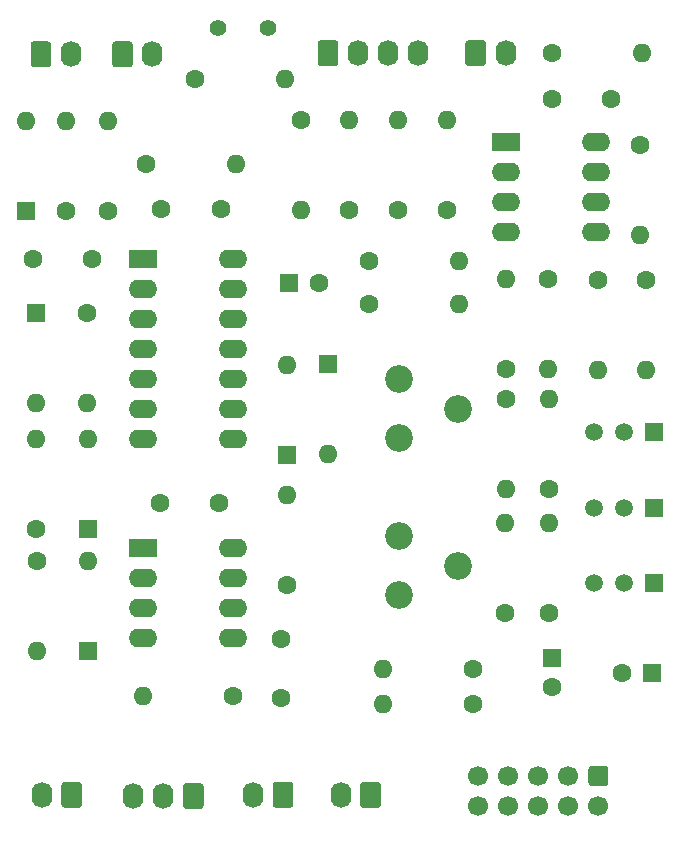
<source format=gbr>
%TF.GenerationSoftware,KiCad,Pcbnew,5.1.9-73d0e3b20d~88~ubuntu20.10.1*%
%TF.CreationDate,2021-03-10T22:37:59+01:00*%
%TF.ProjectId,vca-adsr,7663612d-6164-4737-922e-6b696361645f,v1.0.0*%
%TF.SameCoordinates,Original*%
%TF.FileFunction,Soldermask,Bot*%
%TF.FilePolarity,Negative*%
%FSLAX46Y46*%
G04 Gerber Fmt 4.6, Leading zero omitted, Abs format (unit mm)*
G04 Created by KiCad (PCBNEW 5.1.9-73d0e3b20d~88~ubuntu20.10.1) date 2021-03-10 22:37:59*
%MOMM*%
%LPD*%
G01*
G04 APERTURE LIST*
%ADD10C,1.400000*%
%ADD11O,1.600000X1.600000*%
%ADD12C,1.600000*%
%ADD13R,1.500000X1.500000*%
%ADD14C,1.500000*%
%ADD15O,2.400000X1.600000*%
%ADD16R,2.400000X1.600000*%
%ADD17O,1.740000X2.190000*%
%ADD18C,1.700000*%
%ADD19C,2.340000*%
%ADD20R,1.600000X1.600000*%
G04 APERTURE END LIST*
D10*
%TO.C,MOD_ADSR_OUT1*%
X141600000Y-61400000D03*
%TD*%
%TO.C,MOD_VCA_IN1*%
X145800000Y-61400000D03*
%TD*%
D11*
%TO.C,DIRECT*%
X147220000Y-65700000D03*
D12*
X139600000Y-65700000D03*
%TD*%
%TO.C,C2*%
X146900000Y-113100000D03*
X146900000Y-118100000D03*
%TD*%
D13*
%TO.C,Q2*%
X178500000Y-102000000D03*
D14*
X173420000Y-102000000D03*
X175960000Y-102000000D03*
%TD*%
D13*
%TO.C,Q3*%
X178500000Y-108400000D03*
D14*
X173420000Y-108400000D03*
X175960000Y-108400000D03*
%TD*%
D13*
%TO.C,Q1*%
X178500000Y-95600000D03*
D14*
X173420000Y-95600000D03*
X175960000Y-95600000D03*
%TD*%
D15*
%TO.C,U3*%
X173620000Y-71000000D03*
X166000000Y-78620000D03*
X173620000Y-73540000D03*
X166000000Y-76080000D03*
X173620000Y-76080000D03*
X166000000Y-73540000D03*
X173620000Y-78620000D03*
D16*
X166000000Y-71000000D03*
%TD*%
D15*
%TO.C,U2*%
X142820000Y-105400000D03*
X135200000Y-113020000D03*
X142820000Y-107940000D03*
X135200000Y-110480000D03*
X142820000Y-110480000D03*
X135200000Y-107940000D03*
X142820000Y-113020000D03*
D16*
X135200000Y-105400000D03*
%TD*%
D15*
%TO.C,U1*%
X142820000Y-80900000D03*
X135200000Y-96140000D03*
X142820000Y-83440000D03*
X135200000Y-93600000D03*
X142820000Y-85980000D03*
X135200000Y-91060000D03*
X142820000Y-88520000D03*
X135200000Y-88520000D03*
X142820000Y-91060000D03*
X135200000Y-85980000D03*
X142820000Y-93600000D03*
X135200000Y-83440000D03*
X142820000Y-96140000D03*
D16*
X135200000Y-80900000D03*
%TD*%
D17*
%TO.C,SUSTAIN_POT1*%
X134420000Y-126400000D03*
X136960000Y-126400000D03*
G36*
G01*
X140370000Y-125554999D02*
X140370000Y-127245001D01*
G75*
G02*
X140120001Y-127495000I-249999J0D01*
G01*
X138879999Y-127495000D01*
G75*
G02*
X138630000Y-127245001I0J249999D01*
G01*
X138630000Y-125554999D01*
G75*
G02*
X138879999Y-125305000I249999J0D01*
G01*
X140120001Y-125305000D01*
G75*
G02*
X140370000Y-125554999I0J-249999D01*
G01*
G37*
%TD*%
%TO.C,RELEASE_POT1*%
X126660000Y-126300000D03*
G36*
G01*
X130070000Y-125454999D02*
X130070000Y-127145001D01*
G75*
G02*
X129820001Y-127395000I-249999J0D01*
G01*
X128579999Y-127395000D01*
G75*
G02*
X128330000Y-127145001I0J249999D01*
G01*
X128330000Y-125454999D01*
G75*
G02*
X128579999Y-125205000I249999J0D01*
G01*
X129820001Y-125205000D01*
G75*
G02*
X130070000Y-125454999I0J-249999D01*
G01*
G37*
%TD*%
D11*
%TO.C,R26*%
X177520000Y-63500000D03*
D12*
X169900000Y-63500000D03*
%TD*%
D11*
%TO.C,R25*%
X177300000Y-78920000D03*
D12*
X177300000Y-71300000D03*
%TD*%
D11*
%TO.C,R24*%
X177800000Y-90320000D03*
D12*
X177800000Y-82700000D03*
%TD*%
D11*
%TO.C,R23*%
X173800000Y-90320000D03*
D12*
X173800000Y-82700000D03*
%TD*%
D11*
%TO.C,R22*%
X169500000Y-90220000D03*
D12*
X169500000Y-82600000D03*
%TD*%
D11*
%TO.C,R21*%
X165900000Y-103280000D03*
D12*
X165900000Y-110900000D03*
%TD*%
D11*
%TO.C,R20*%
X166000000Y-82580000D03*
D12*
X166000000Y-90200000D03*
%TD*%
D11*
%TO.C,R19*%
X169600000Y-92780000D03*
D12*
X169600000Y-100400000D03*
%TD*%
D11*
%TO.C,R18*%
X169600000Y-103280000D03*
D12*
X169600000Y-110900000D03*
%TD*%
D11*
%TO.C,R17*%
X166000000Y-100420000D03*
D12*
X166000000Y-92800000D03*
%TD*%
D11*
%TO.C,R16*%
X162000000Y-81100000D03*
D12*
X154380000Y-81100000D03*
%TD*%
D11*
%TO.C,R15*%
X148600000Y-76820000D03*
D12*
X148600000Y-69200000D03*
%TD*%
D11*
%TO.C,R14*%
X162020000Y-84700000D03*
D12*
X154400000Y-84700000D03*
%TD*%
D11*
%TO.C,R13*%
X152700000Y-69180000D03*
D12*
X152700000Y-76800000D03*
%TD*%
D11*
%TO.C,R12*%
X161000000Y-69180000D03*
D12*
X161000000Y-76800000D03*
%TD*%
D11*
%TO.C,R11*%
X156800000Y-69180000D03*
D12*
X156800000Y-76800000D03*
%TD*%
D11*
%TO.C,R10*%
X143120000Y-72900000D03*
D12*
X135500000Y-72900000D03*
%TD*%
D11*
%TO.C,R9*%
X135280000Y-117900000D03*
D12*
X142900000Y-117900000D03*
%TD*%
D11*
%TO.C,R8*%
X155580000Y-118600000D03*
D12*
X163200000Y-118600000D03*
%TD*%
D11*
%TO.C,R7*%
X155580000Y-115600000D03*
D12*
X163200000Y-115600000D03*
%TD*%
D11*
%TO.C,R6*%
X147400000Y-100880000D03*
D12*
X147400000Y-108500000D03*
%TD*%
D11*
%TO.C,R5*%
X130500000Y-93120000D03*
D12*
X130500000Y-85500000D03*
%TD*%
D11*
%TO.C,R4*%
X126200000Y-96180000D03*
D12*
X126200000Y-103800000D03*
%TD*%
D11*
%TO.C,R3*%
X128700000Y-69280000D03*
D12*
X128700000Y-76900000D03*
%TD*%
D11*
%TO.C,R2*%
X132300000Y-69280000D03*
D12*
X132300000Y-76900000D03*
%TD*%
D11*
%TO.C,R1*%
X126300000Y-114120000D03*
D12*
X126300000Y-106500000D03*
%TD*%
D18*
%TO.C,POWER1*%
X163640000Y-127240000D03*
X166180000Y-127240000D03*
X168720000Y-127240000D03*
X171260000Y-127240000D03*
X173800000Y-127240000D03*
X163640000Y-124700000D03*
X166180000Y-124700000D03*
X168720000Y-124700000D03*
X171260000Y-124700000D03*
G36*
G01*
X173200000Y-123850000D02*
X174400000Y-123850000D01*
G75*
G02*
X174650000Y-124100000I0J-250000D01*
G01*
X174650000Y-125300000D01*
G75*
G02*
X174400000Y-125550000I-250000J0D01*
G01*
X173200000Y-125550000D01*
G75*
G02*
X172950000Y-125300000I0J250000D01*
G01*
X172950000Y-124100000D01*
G75*
G02*
X173200000Y-123850000I250000J0D01*
G01*
G37*
%TD*%
D19*
%TO.C,OFFSET_TRIM1*%
X156900000Y-104400000D03*
X161900000Y-106900000D03*
X156900000Y-109400000D03*
%TD*%
%TO.C,LEVEL_TRIM1*%
X156900000Y-91100000D03*
X161900000Y-93600000D03*
X156900000Y-96100000D03*
%TD*%
D17*
%TO.C,VCA_IN1*%
X158520000Y-63500000D03*
X155980000Y-63500000D03*
X153440000Y-63500000D03*
G36*
G01*
X150030000Y-64345001D02*
X150030000Y-62654999D01*
G75*
G02*
X150279999Y-62405000I249999J0D01*
G01*
X151520001Y-62405000D01*
G75*
G02*
X151770000Y-62654999I0J-249999D01*
G01*
X151770000Y-64345001D01*
G75*
G02*
X151520001Y-64595000I-249999J0D01*
G01*
X150279999Y-64595000D01*
G75*
G02*
X150030000Y-64345001I0J249999D01*
G01*
G37*
%TD*%
%TO.C,VCA_OUT1*%
X165940000Y-63500000D03*
G36*
G01*
X162530000Y-64345001D02*
X162530000Y-62654999D01*
G75*
G02*
X162779999Y-62405000I249999J0D01*
G01*
X164020001Y-62405000D01*
G75*
G02*
X164270000Y-62654999I0J-249999D01*
G01*
X164270000Y-64345001D01*
G75*
G02*
X164020001Y-64595000I-249999J0D01*
G01*
X162779999Y-64595000D01*
G75*
G02*
X162530000Y-64345001I0J249999D01*
G01*
G37*
%TD*%
%TO.C,DECAY_POT1*%
X144560000Y-126300000D03*
G36*
G01*
X147970000Y-125454999D02*
X147970000Y-127145001D01*
G75*
G02*
X147720001Y-127395000I-249999J0D01*
G01*
X146479999Y-127395000D01*
G75*
G02*
X146230000Y-127145001I0J249999D01*
G01*
X146230000Y-125454999D01*
G75*
G02*
X146479999Y-125205000I249999J0D01*
G01*
X147720001Y-125205000D01*
G75*
G02*
X147970000Y-125454999I0J-249999D01*
G01*
G37*
%TD*%
D11*
%TO.C,D6*%
X147400000Y-89880000D03*
D20*
X147400000Y-97500000D03*
%TD*%
D11*
%TO.C,D5*%
X130600000Y-106480000D03*
D20*
X130600000Y-114100000D03*
%TD*%
D11*
%TO.C,D4*%
X150900000Y-97420000D03*
D20*
X150900000Y-89800000D03*
%TD*%
D11*
%TO.C,D3*%
X130600000Y-96180000D03*
D20*
X130600000Y-103800000D03*
%TD*%
D11*
%TO.C,D2*%
X126200000Y-93120000D03*
D20*
X126200000Y-85500000D03*
%TD*%
D11*
%TO.C,D1*%
X125300000Y-69280000D03*
D20*
X125300000Y-76900000D03*
%TD*%
D12*
%TO.C,C8*%
X174900000Y-67400000D03*
X169900000Y-67400000D03*
%TD*%
%TO.C,C7*%
X141700000Y-101600000D03*
X136700000Y-101600000D03*
%TD*%
%TO.C,C6*%
X136800000Y-76700000D03*
X141800000Y-76700000D03*
%TD*%
%TO.C,C5*%
X169900000Y-117200000D03*
D20*
X169900000Y-114700000D03*
%TD*%
D12*
%TO.C,C4*%
X175800000Y-116000000D03*
D20*
X178300000Y-116000000D03*
%TD*%
D12*
%TO.C,C3*%
X150100000Y-83000000D03*
D20*
X147600000Y-83000000D03*
%TD*%
D12*
%TO.C,C1*%
X130900000Y-80900000D03*
X125900000Y-80900000D03*
%TD*%
D17*
%TO.C,ATTACK_POT1*%
X151960000Y-126300000D03*
G36*
G01*
X155370000Y-125454999D02*
X155370000Y-127145001D01*
G75*
G02*
X155120001Y-127395000I-249999J0D01*
G01*
X153879999Y-127395000D01*
G75*
G02*
X153630000Y-127145001I0J249999D01*
G01*
X153630000Y-125454999D01*
G75*
G02*
X153879999Y-125205000I249999J0D01*
G01*
X155120001Y-125205000D01*
G75*
G02*
X155370000Y-125454999I0J-249999D01*
G01*
G37*
%TD*%
%TO.C,ADSR_OUT1*%
X136040000Y-63600000D03*
G36*
G01*
X132630000Y-64445001D02*
X132630000Y-62754999D01*
G75*
G02*
X132879999Y-62505000I249999J0D01*
G01*
X134120001Y-62505000D01*
G75*
G02*
X134370000Y-62754999I0J-249999D01*
G01*
X134370000Y-64445001D01*
G75*
G02*
X134120001Y-64695000I-249999J0D01*
G01*
X132879999Y-64695000D01*
G75*
G02*
X132630000Y-64445001I0J249999D01*
G01*
G37*
%TD*%
%TO.C,ADSR_IN1*%
X129140000Y-63600000D03*
G36*
G01*
X125730000Y-64445001D02*
X125730000Y-62754999D01*
G75*
G02*
X125979999Y-62505000I249999J0D01*
G01*
X127220001Y-62505000D01*
G75*
G02*
X127470000Y-62754999I0J-249999D01*
G01*
X127470000Y-64445001D01*
G75*
G02*
X127220001Y-64695000I-249999J0D01*
G01*
X125979999Y-64695000D01*
G75*
G02*
X125730000Y-64445001I0J249999D01*
G01*
G37*
%TD*%
M02*

</source>
